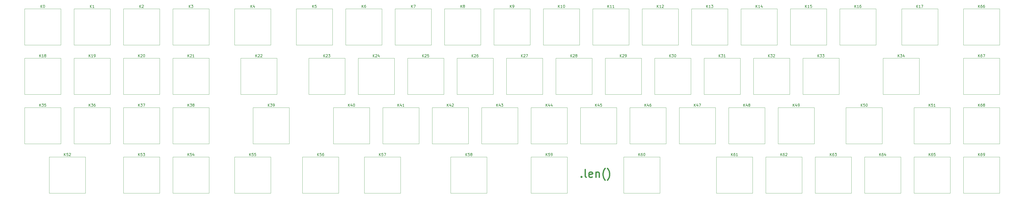
<source format=gbr>
G04 #@! TF.GenerationSoftware,KiCad,Pcbnew,(5.1.12)-1*
G04 #@! TF.CreationDate,2021-12-22T13:58:05-08:00*
G04 #@! TF.ProjectId,logboi,6c6f6762-6f69-42e6-9b69-6361645f7063,rev?*
G04 #@! TF.SameCoordinates,Original*
G04 #@! TF.FileFunction,Legend,Top*
G04 #@! TF.FilePolarity,Positive*
%FSLAX46Y46*%
G04 Gerber Fmt 4.6, Leading zero omitted, Abs format (unit mm)*
G04 Created by KiCad (PCBNEW (5.1.12)-1) date 2021-12-22 13:58:05*
%MOMM*%
%LPD*%
G01*
G04 APERTURE LIST*
%ADD10C,0.500000*%
%ADD11C,0.120000*%
%ADD12C,0.150000*%
G04 APERTURE END LIST*
D10*
X233043728Y-87583828D02*
X233186585Y-87726685D01*
X233043728Y-87869542D01*
X232900871Y-87726685D01*
X233043728Y-87583828D01*
X233043728Y-87869542D01*
X234900871Y-87869542D02*
X234615157Y-87726685D01*
X234472300Y-87440971D01*
X234472300Y-84869542D01*
X237186585Y-87726685D02*
X236900871Y-87869542D01*
X236329442Y-87869542D01*
X236043728Y-87726685D01*
X235900871Y-87440971D01*
X235900871Y-86298114D01*
X236043728Y-86012400D01*
X236329442Y-85869542D01*
X236900871Y-85869542D01*
X237186585Y-86012400D01*
X237329442Y-86298114D01*
X237329442Y-86583828D01*
X235900871Y-86869542D01*
X238615157Y-85869542D02*
X238615157Y-87869542D01*
X238615157Y-86155257D02*
X238758014Y-86012400D01*
X239043728Y-85869542D01*
X239472300Y-85869542D01*
X239758014Y-86012400D01*
X239900871Y-86298114D01*
X239900871Y-87869542D01*
X242186585Y-89012400D02*
X242043728Y-88869542D01*
X241758014Y-88440971D01*
X241615157Y-88155257D01*
X241472300Y-87726685D01*
X241329442Y-87012400D01*
X241329442Y-86440971D01*
X241472300Y-85726685D01*
X241615157Y-85298114D01*
X241758014Y-85012400D01*
X242043728Y-84583828D01*
X242186585Y-84440971D01*
X243043728Y-89012400D02*
X243186585Y-88869542D01*
X243472300Y-88440971D01*
X243615157Y-88155257D01*
X243758014Y-87726685D01*
X243900871Y-87012400D01*
X243900871Y-86440971D01*
X243758014Y-85726685D01*
X243615157Y-85298114D01*
X243472300Y-85012400D01*
X243186585Y-84583828D01*
X243043728Y-84440971D01*
D11*
X99261250Y-93980000D02*
X99261250Y-80010000D01*
X113231250Y-93980000D02*
X99261250Y-93980000D01*
X113231250Y-80010000D02*
X113231250Y-93980000D01*
X99261250Y-80010000D02*
X113231250Y-80010000D01*
X106405000Y-74930000D02*
X106405000Y-60960000D01*
X120375000Y-74930000D02*
X106405000Y-74930000D01*
X120375000Y-60960000D02*
X120375000Y-74930000D01*
X106405000Y-60960000D02*
X120375000Y-60960000D01*
X101642500Y-55880000D02*
X101642500Y-41910000D01*
X115612500Y-55880000D02*
X101642500Y-55880000D01*
X115612500Y-41910000D02*
X115612500Y-55880000D01*
X101642500Y-41910000D02*
X115612500Y-41910000D01*
X99261250Y-36830000D02*
X99261250Y-22860000D01*
X113231250Y-36830000D02*
X99261250Y-36830000D01*
X113231250Y-22860000D02*
X113231250Y-36830000D01*
X99261250Y-22860000D02*
X113231250Y-22860000D01*
X361198750Y-74930000D02*
X361198750Y-60960000D01*
X375168750Y-74930000D02*
X361198750Y-74930000D01*
X375168750Y-60960000D02*
X375168750Y-74930000D01*
X361198750Y-60960000D02*
X375168750Y-60960000D01*
X335005000Y-74930000D02*
X335005000Y-60960000D01*
X348975000Y-74930000D02*
X335005000Y-74930000D01*
X348975000Y-60960000D02*
X348975000Y-74930000D01*
X335005000Y-60960000D02*
X348975000Y-60960000D01*
X349292500Y-55880000D02*
X349292500Y-41910000D01*
X363262500Y-55880000D02*
X349292500Y-55880000D01*
X363262500Y-41910000D02*
X363262500Y-55880000D01*
X349292500Y-41910000D02*
X363262500Y-41910000D01*
X249280000Y-93980000D02*
X249280000Y-80010000D01*
X263250000Y-93980000D02*
X249280000Y-93980000D01*
X263250000Y-80010000D02*
X263250000Y-93980000D01*
X249280000Y-80010000D02*
X263250000Y-80010000D01*
X356436250Y-36830000D02*
X356436250Y-22860000D01*
X370406250Y-36830000D02*
X356436250Y-36830000D01*
X370406250Y-22860000D02*
X370406250Y-36830000D01*
X356436250Y-22860000D02*
X370406250Y-22860000D01*
X280236250Y-55880000D02*
X280236250Y-41910000D01*
X294206250Y-55880000D02*
X280236250Y-55880000D01*
X294206250Y-41910000D02*
X294206250Y-55880000D01*
X280236250Y-41910000D02*
X294206250Y-41910000D01*
X125455000Y-93980000D02*
X125455000Y-80010000D01*
X139425000Y-93980000D02*
X125455000Y-93980000D01*
X139425000Y-80010000D02*
X139425000Y-93980000D01*
X125455000Y-80010000D02*
X139425000Y-80010000D01*
X218323750Y-36830000D02*
X218323750Y-22860000D01*
X232293750Y-36830000D02*
X218323750Y-36830000D01*
X232293750Y-22860000D02*
X232293750Y-36830000D01*
X218323750Y-22860000D02*
X232293750Y-22860000D01*
X213561250Y-93980000D02*
X213561250Y-80010000D01*
X227531250Y-93980000D02*
X213561250Y-93980000D01*
X227531250Y-80010000D02*
X227531250Y-93980000D01*
X213561250Y-80010000D02*
X227531250Y-80010000D01*
X182605000Y-93980000D02*
X182605000Y-80010000D01*
X196575000Y-93980000D02*
X182605000Y-93980000D01*
X196575000Y-80010000D02*
X196575000Y-93980000D01*
X182605000Y-80010000D02*
X196575000Y-80010000D01*
X380248750Y-93980000D02*
X380248750Y-80010000D01*
X394218750Y-93980000D02*
X380248750Y-93980000D01*
X394218750Y-80010000D02*
X394218750Y-93980000D01*
X380248750Y-80010000D02*
X394218750Y-80010000D01*
X380248750Y-74930000D02*
X380248750Y-60960000D01*
X394218750Y-74930000D02*
X380248750Y-74930000D01*
X394218750Y-60960000D02*
X394218750Y-74930000D01*
X380248750Y-60960000D02*
X394218750Y-60960000D01*
X380248750Y-55880000D02*
X380248750Y-41910000D01*
X394218750Y-55880000D02*
X380248750Y-55880000D01*
X394218750Y-41910000D02*
X394218750Y-55880000D01*
X380248750Y-41910000D02*
X394218750Y-41910000D01*
X380248750Y-36830000D02*
X380248750Y-22860000D01*
X394218750Y-36830000D02*
X380248750Y-36830000D01*
X394218750Y-22860000D02*
X394218750Y-36830000D01*
X380248750Y-22860000D02*
X394218750Y-22860000D01*
X18298750Y-36830000D02*
X18298750Y-22860000D01*
X32268750Y-36830000D02*
X18298750Y-36830000D01*
X32268750Y-22860000D02*
X32268750Y-36830000D01*
X18298750Y-22860000D02*
X32268750Y-22860000D01*
X37348750Y-36830000D02*
X37348750Y-22860000D01*
X51318750Y-36830000D02*
X37348750Y-36830000D01*
X51318750Y-22860000D02*
X51318750Y-36830000D01*
X37348750Y-22860000D02*
X51318750Y-22860000D01*
X56398750Y-36830000D02*
X56398750Y-22860000D01*
X70368750Y-36830000D02*
X56398750Y-36830000D01*
X70368750Y-22860000D02*
X70368750Y-36830000D01*
X56398750Y-22860000D02*
X70368750Y-22860000D01*
X75448750Y-36830000D02*
X75448750Y-22860000D01*
X89418750Y-36830000D02*
X75448750Y-36830000D01*
X89418750Y-22860000D02*
X89418750Y-36830000D01*
X75448750Y-22860000D02*
X89418750Y-22860000D01*
X123073750Y-36830000D02*
X123073750Y-22860000D01*
X137043750Y-36830000D02*
X123073750Y-36830000D01*
X137043750Y-22860000D02*
X137043750Y-36830000D01*
X123073750Y-22860000D02*
X137043750Y-22860000D01*
X142123750Y-36830000D02*
X142123750Y-22860000D01*
X156093750Y-36830000D02*
X142123750Y-36830000D01*
X156093750Y-22860000D02*
X156093750Y-36830000D01*
X142123750Y-22860000D02*
X156093750Y-22860000D01*
X161173750Y-36830000D02*
X161173750Y-22860000D01*
X175143750Y-36830000D02*
X161173750Y-36830000D01*
X175143750Y-22860000D02*
X175143750Y-36830000D01*
X161173750Y-22860000D02*
X175143750Y-22860000D01*
X180223750Y-36830000D02*
X180223750Y-22860000D01*
X194193750Y-36830000D02*
X180223750Y-36830000D01*
X194193750Y-22860000D02*
X194193750Y-36830000D01*
X180223750Y-22860000D02*
X194193750Y-22860000D01*
X199273750Y-36830000D02*
X199273750Y-22860000D01*
X213243750Y-36830000D02*
X199273750Y-36830000D01*
X213243750Y-22860000D02*
X213243750Y-36830000D01*
X199273750Y-22860000D02*
X213243750Y-22860000D01*
X237373750Y-36830000D02*
X237373750Y-22860000D01*
X251343750Y-36830000D02*
X237373750Y-36830000D01*
X251343750Y-22860000D02*
X251343750Y-36830000D01*
X237373750Y-22860000D02*
X251343750Y-22860000D01*
X256423750Y-36830000D02*
X256423750Y-22860000D01*
X270393750Y-36830000D02*
X256423750Y-36830000D01*
X270393750Y-22860000D02*
X270393750Y-36830000D01*
X256423750Y-22860000D02*
X270393750Y-22860000D01*
X275473750Y-36830000D02*
X275473750Y-22860000D01*
X289443750Y-36830000D02*
X275473750Y-36830000D01*
X289443750Y-22860000D02*
X289443750Y-36830000D01*
X275473750Y-22860000D02*
X289443750Y-22860000D01*
X294523750Y-36830000D02*
X294523750Y-22860000D01*
X308493750Y-36830000D02*
X294523750Y-36830000D01*
X308493750Y-22860000D02*
X308493750Y-36830000D01*
X294523750Y-22860000D02*
X308493750Y-22860000D01*
X313573750Y-36830000D02*
X313573750Y-22860000D01*
X327543750Y-36830000D02*
X313573750Y-36830000D01*
X327543750Y-22860000D02*
X327543750Y-36830000D01*
X313573750Y-22860000D02*
X327543750Y-22860000D01*
X332623750Y-36830000D02*
X332623750Y-22860000D01*
X346593750Y-36830000D02*
X332623750Y-36830000D01*
X346593750Y-22860000D02*
X346593750Y-36830000D01*
X332623750Y-22860000D02*
X346593750Y-22860000D01*
X18298750Y-55880000D02*
X18298750Y-41910000D01*
X32268750Y-55880000D02*
X18298750Y-55880000D01*
X32268750Y-41910000D02*
X32268750Y-55880000D01*
X18298750Y-41910000D02*
X32268750Y-41910000D01*
X37348750Y-55880000D02*
X37348750Y-41910000D01*
X51318750Y-55880000D02*
X37348750Y-55880000D01*
X51318750Y-41910000D02*
X51318750Y-55880000D01*
X37348750Y-41910000D02*
X51318750Y-41910000D01*
X56398750Y-55880000D02*
X56398750Y-41910000D01*
X70368750Y-55880000D02*
X56398750Y-55880000D01*
X70368750Y-41910000D02*
X70368750Y-55880000D01*
X56398750Y-41910000D02*
X70368750Y-41910000D01*
X75448750Y-55880000D02*
X75448750Y-41910000D01*
X89418750Y-55880000D02*
X75448750Y-55880000D01*
X89418750Y-41910000D02*
X89418750Y-55880000D01*
X75448750Y-41910000D02*
X89418750Y-41910000D01*
X127836250Y-55880000D02*
X127836250Y-41910000D01*
X141806250Y-55880000D02*
X127836250Y-55880000D01*
X141806250Y-41910000D02*
X141806250Y-55880000D01*
X127836250Y-41910000D02*
X141806250Y-41910000D01*
X146886250Y-55880000D02*
X146886250Y-41910000D01*
X160856250Y-55880000D02*
X146886250Y-55880000D01*
X160856250Y-41910000D02*
X160856250Y-55880000D01*
X146886250Y-41910000D02*
X160856250Y-41910000D01*
X165936250Y-55880000D02*
X165936250Y-41910000D01*
X179906250Y-55880000D02*
X165936250Y-55880000D01*
X179906250Y-41910000D02*
X179906250Y-55880000D01*
X165936250Y-41910000D02*
X179906250Y-41910000D01*
X184986250Y-55880000D02*
X184986250Y-41910000D01*
X198956250Y-55880000D02*
X184986250Y-55880000D01*
X198956250Y-41910000D02*
X198956250Y-55880000D01*
X184986250Y-41910000D02*
X198956250Y-41910000D01*
X204036250Y-55880000D02*
X204036250Y-41910000D01*
X218006250Y-55880000D02*
X204036250Y-55880000D01*
X218006250Y-41910000D02*
X218006250Y-55880000D01*
X204036250Y-41910000D02*
X218006250Y-41910000D01*
X223086250Y-55880000D02*
X223086250Y-41910000D01*
X237056250Y-55880000D02*
X223086250Y-55880000D01*
X237056250Y-41910000D02*
X237056250Y-55880000D01*
X223086250Y-41910000D02*
X237056250Y-41910000D01*
X242136250Y-55880000D02*
X242136250Y-41910000D01*
X256106250Y-55880000D02*
X242136250Y-55880000D01*
X256106250Y-41910000D02*
X256106250Y-55880000D01*
X242136250Y-41910000D02*
X256106250Y-41910000D01*
X261186250Y-55880000D02*
X261186250Y-41910000D01*
X275156250Y-55880000D02*
X261186250Y-55880000D01*
X275156250Y-41910000D02*
X275156250Y-55880000D01*
X261186250Y-41910000D02*
X275156250Y-41910000D01*
X299286250Y-55880000D02*
X299286250Y-41910000D01*
X313256250Y-55880000D02*
X299286250Y-55880000D01*
X313256250Y-41910000D02*
X313256250Y-55880000D01*
X299286250Y-41910000D02*
X313256250Y-41910000D01*
X318336250Y-55880000D02*
X318336250Y-41910000D01*
X332306250Y-55880000D02*
X318336250Y-55880000D01*
X332306250Y-41910000D02*
X332306250Y-55880000D01*
X318336250Y-41910000D02*
X332306250Y-41910000D01*
X18298750Y-74930000D02*
X18298750Y-60960000D01*
X32268750Y-74930000D02*
X18298750Y-74930000D01*
X32268750Y-60960000D02*
X32268750Y-74930000D01*
X18298750Y-60960000D02*
X32268750Y-60960000D01*
X37348750Y-74930000D02*
X37348750Y-60960000D01*
X51318750Y-74930000D02*
X37348750Y-74930000D01*
X51318750Y-60960000D02*
X51318750Y-74930000D01*
X37348750Y-60960000D02*
X51318750Y-60960000D01*
X56398750Y-74930000D02*
X56398750Y-60960000D01*
X70368750Y-74930000D02*
X56398750Y-74930000D01*
X70368750Y-60960000D02*
X70368750Y-74930000D01*
X56398750Y-60960000D02*
X70368750Y-60960000D01*
X75448750Y-74930000D02*
X75448750Y-60960000D01*
X89418750Y-74930000D02*
X75448750Y-74930000D01*
X89418750Y-60960000D02*
X89418750Y-74930000D01*
X75448750Y-60960000D02*
X89418750Y-60960000D01*
X137361250Y-74930000D02*
X137361250Y-60960000D01*
X151331250Y-74930000D02*
X137361250Y-74930000D01*
X151331250Y-60960000D02*
X151331250Y-74930000D01*
X137361250Y-60960000D02*
X151331250Y-60960000D01*
X156411250Y-74930000D02*
X156411250Y-60960000D01*
X170381250Y-74930000D02*
X156411250Y-74930000D01*
X170381250Y-60960000D02*
X170381250Y-74930000D01*
X156411250Y-60960000D02*
X170381250Y-60960000D01*
X175461250Y-74930000D02*
X175461250Y-60960000D01*
X189431250Y-74930000D02*
X175461250Y-74930000D01*
X189431250Y-60960000D02*
X189431250Y-74930000D01*
X175461250Y-60960000D02*
X189431250Y-60960000D01*
X194511250Y-74930000D02*
X194511250Y-60960000D01*
X208481250Y-74930000D02*
X194511250Y-74930000D01*
X208481250Y-60960000D02*
X208481250Y-74930000D01*
X194511250Y-60960000D02*
X208481250Y-60960000D01*
X213561250Y-74930000D02*
X213561250Y-60960000D01*
X227531250Y-74930000D02*
X213561250Y-74930000D01*
X227531250Y-60960000D02*
X227531250Y-74930000D01*
X213561250Y-60960000D02*
X227531250Y-60960000D01*
X232611250Y-74930000D02*
X232611250Y-60960000D01*
X246581250Y-74930000D02*
X232611250Y-74930000D01*
X246581250Y-60960000D02*
X246581250Y-74930000D01*
X232611250Y-60960000D02*
X246581250Y-60960000D01*
X251661250Y-74930000D02*
X251661250Y-60960000D01*
X265631250Y-74930000D02*
X251661250Y-74930000D01*
X265631250Y-60960000D02*
X265631250Y-74930000D01*
X251661250Y-60960000D02*
X265631250Y-60960000D01*
X270711250Y-74930000D02*
X270711250Y-60960000D01*
X284681250Y-74930000D02*
X270711250Y-74930000D01*
X284681250Y-60960000D02*
X284681250Y-74930000D01*
X270711250Y-60960000D02*
X284681250Y-60960000D01*
X289761250Y-74930000D02*
X289761250Y-60960000D01*
X303731250Y-74930000D02*
X289761250Y-74930000D01*
X303731250Y-60960000D02*
X303731250Y-74930000D01*
X289761250Y-60960000D02*
X303731250Y-60960000D01*
X308811250Y-74930000D02*
X308811250Y-60960000D01*
X322781250Y-74930000D02*
X308811250Y-74930000D01*
X322781250Y-60960000D02*
X322781250Y-74930000D01*
X308811250Y-60960000D02*
X322781250Y-60960000D01*
X27823750Y-93980000D02*
X27823750Y-80010000D01*
X41793750Y-93980000D02*
X27823750Y-93980000D01*
X41793750Y-80010000D02*
X41793750Y-93980000D01*
X27823750Y-80010000D02*
X41793750Y-80010000D01*
X56398750Y-93980000D02*
X56398750Y-80010000D01*
X70368750Y-93980000D02*
X56398750Y-93980000D01*
X70368750Y-80010000D02*
X70368750Y-93980000D01*
X56398750Y-80010000D02*
X70368750Y-80010000D01*
X75448750Y-93980000D02*
X75448750Y-80010000D01*
X89418750Y-93980000D02*
X75448750Y-93980000D01*
X89418750Y-80010000D02*
X89418750Y-93980000D01*
X75448750Y-80010000D02*
X89418750Y-80010000D01*
X149267500Y-93980000D02*
X149267500Y-80010000D01*
X163237500Y-93980000D02*
X149267500Y-93980000D01*
X163237500Y-80010000D02*
X163237500Y-93980000D01*
X149267500Y-80010000D02*
X163237500Y-80010000D01*
X284998750Y-93980000D02*
X284998750Y-80010000D01*
X298968750Y-93980000D02*
X284998750Y-93980000D01*
X298968750Y-80010000D02*
X298968750Y-93980000D01*
X284998750Y-80010000D02*
X298968750Y-80010000D01*
X304048750Y-93980000D02*
X304048750Y-80010000D01*
X318018750Y-93980000D02*
X304048750Y-93980000D01*
X318018750Y-80010000D02*
X318018750Y-93980000D01*
X304048750Y-80010000D02*
X318018750Y-80010000D01*
X323098750Y-93980000D02*
X323098750Y-80010000D01*
X337068750Y-93980000D02*
X323098750Y-93980000D01*
X337068750Y-80010000D02*
X337068750Y-93980000D01*
X323098750Y-80010000D02*
X337068750Y-80010000D01*
X342148750Y-93980000D02*
X342148750Y-80010000D01*
X356118750Y-93980000D02*
X342148750Y-93980000D01*
X356118750Y-80010000D02*
X356118750Y-93980000D01*
X342148750Y-80010000D02*
X356118750Y-80010000D01*
X361198750Y-93980000D02*
X361198750Y-80010000D01*
X375168750Y-93980000D02*
X361198750Y-93980000D01*
X375168750Y-80010000D02*
X375168750Y-93980000D01*
X361198750Y-80010000D02*
X375168750Y-80010000D01*
D12*
X105031964Y-79573380D02*
X105031964Y-78573380D01*
X105603392Y-79573380D02*
X105174821Y-79001952D01*
X105603392Y-78573380D02*
X105031964Y-79144809D01*
X106508154Y-78573380D02*
X106031964Y-78573380D01*
X105984345Y-79049571D01*
X106031964Y-79001952D01*
X106127202Y-78954333D01*
X106365297Y-78954333D01*
X106460535Y-79001952D01*
X106508154Y-79049571D01*
X106555773Y-79144809D01*
X106555773Y-79382904D01*
X106508154Y-79478142D01*
X106460535Y-79525761D01*
X106365297Y-79573380D01*
X106127202Y-79573380D01*
X106031964Y-79525761D01*
X105984345Y-79478142D01*
X107460535Y-78573380D02*
X106984345Y-78573380D01*
X106936726Y-79049571D01*
X106984345Y-79001952D01*
X107079583Y-78954333D01*
X107317678Y-78954333D01*
X107412916Y-79001952D01*
X107460535Y-79049571D01*
X107508154Y-79144809D01*
X107508154Y-79382904D01*
X107460535Y-79478142D01*
X107412916Y-79525761D01*
X107317678Y-79573380D01*
X107079583Y-79573380D01*
X106984345Y-79525761D01*
X106936726Y-79478142D01*
X112175714Y-60523380D02*
X112175714Y-59523380D01*
X112747142Y-60523380D02*
X112318571Y-59951952D01*
X112747142Y-59523380D02*
X112175714Y-60094809D01*
X113080476Y-59523380D02*
X113699523Y-59523380D01*
X113366190Y-59904333D01*
X113509047Y-59904333D01*
X113604285Y-59951952D01*
X113651904Y-59999571D01*
X113699523Y-60094809D01*
X113699523Y-60332904D01*
X113651904Y-60428142D01*
X113604285Y-60475761D01*
X113509047Y-60523380D01*
X113223333Y-60523380D01*
X113128095Y-60475761D01*
X113080476Y-60428142D01*
X114175714Y-60523380D02*
X114366190Y-60523380D01*
X114461428Y-60475761D01*
X114509047Y-60428142D01*
X114604285Y-60285285D01*
X114651904Y-60094809D01*
X114651904Y-59713857D01*
X114604285Y-59618619D01*
X114556666Y-59571000D01*
X114461428Y-59523380D01*
X114270952Y-59523380D01*
X114175714Y-59571000D01*
X114128095Y-59618619D01*
X114080476Y-59713857D01*
X114080476Y-59951952D01*
X114128095Y-60047190D01*
X114175714Y-60094809D01*
X114270952Y-60142428D01*
X114461428Y-60142428D01*
X114556666Y-60094809D01*
X114604285Y-60047190D01*
X114651904Y-59951952D01*
X107413214Y-41473380D02*
X107413214Y-40473380D01*
X107984642Y-41473380D02*
X107556071Y-40901952D01*
X107984642Y-40473380D02*
X107413214Y-41044809D01*
X108365595Y-40568619D02*
X108413214Y-40521000D01*
X108508452Y-40473380D01*
X108746547Y-40473380D01*
X108841785Y-40521000D01*
X108889404Y-40568619D01*
X108937023Y-40663857D01*
X108937023Y-40759095D01*
X108889404Y-40901952D01*
X108317976Y-41473380D01*
X108937023Y-41473380D01*
X109317976Y-40568619D02*
X109365595Y-40521000D01*
X109460833Y-40473380D01*
X109698928Y-40473380D01*
X109794166Y-40521000D01*
X109841785Y-40568619D01*
X109889404Y-40663857D01*
X109889404Y-40759095D01*
X109841785Y-40901952D01*
X109270357Y-41473380D01*
X109889404Y-41473380D01*
X105508154Y-22423380D02*
X105508154Y-21423380D01*
X106079583Y-22423380D02*
X105651011Y-21851952D01*
X106079583Y-21423380D02*
X105508154Y-21994809D01*
X106936726Y-21756714D02*
X106936726Y-22423380D01*
X106698630Y-21375761D02*
X106460535Y-22090047D01*
X107079583Y-22090047D01*
X366969464Y-60523380D02*
X366969464Y-59523380D01*
X367540892Y-60523380D02*
X367112321Y-59951952D01*
X367540892Y-59523380D02*
X366969464Y-60094809D01*
X368445654Y-59523380D02*
X367969464Y-59523380D01*
X367921845Y-59999571D01*
X367969464Y-59951952D01*
X368064702Y-59904333D01*
X368302797Y-59904333D01*
X368398035Y-59951952D01*
X368445654Y-59999571D01*
X368493273Y-60094809D01*
X368493273Y-60332904D01*
X368445654Y-60428142D01*
X368398035Y-60475761D01*
X368302797Y-60523380D01*
X368064702Y-60523380D01*
X367969464Y-60475761D01*
X367921845Y-60428142D01*
X369445654Y-60523380D02*
X368874226Y-60523380D01*
X369159940Y-60523380D02*
X369159940Y-59523380D01*
X369064702Y-59666238D01*
X368969464Y-59761476D01*
X368874226Y-59809095D01*
X340775714Y-60523380D02*
X340775714Y-59523380D01*
X341347142Y-60523380D02*
X340918571Y-59951952D01*
X341347142Y-59523380D02*
X340775714Y-60094809D01*
X342251904Y-59523380D02*
X341775714Y-59523380D01*
X341728095Y-59999571D01*
X341775714Y-59951952D01*
X341870952Y-59904333D01*
X342109047Y-59904333D01*
X342204285Y-59951952D01*
X342251904Y-59999571D01*
X342299523Y-60094809D01*
X342299523Y-60332904D01*
X342251904Y-60428142D01*
X342204285Y-60475761D01*
X342109047Y-60523380D01*
X341870952Y-60523380D01*
X341775714Y-60475761D01*
X341728095Y-60428142D01*
X342918571Y-59523380D02*
X343013809Y-59523380D01*
X343109047Y-59571000D01*
X343156666Y-59618619D01*
X343204285Y-59713857D01*
X343251904Y-59904333D01*
X343251904Y-60142428D01*
X343204285Y-60332904D01*
X343156666Y-60428142D01*
X343109047Y-60475761D01*
X343013809Y-60523380D01*
X342918571Y-60523380D01*
X342823333Y-60475761D01*
X342775714Y-60428142D01*
X342728095Y-60332904D01*
X342680476Y-60142428D01*
X342680476Y-59904333D01*
X342728095Y-59713857D01*
X342775714Y-59618619D01*
X342823333Y-59571000D01*
X342918571Y-59523380D01*
X355063214Y-41473380D02*
X355063214Y-40473380D01*
X355634642Y-41473380D02*
X355206071Y-40901952D01*
X355634642Y-40473380D02*
X355063214Y-41044809D01*
X355967976Y-40473380D02*
X356587023Y-40473380D01*
X356253690Y-40854333D01*
X356396547Y-40854333D01*
X356491785Y-40901952D01*
X356539404Y-40949571D01*
X356587023Y-41044809D01*
X356587023Y-41282904D01*
X356539404Y-41378142D01*
X356491785Y-41425761D01*
X356396547Y-41473380D01*
X356110833Y-41473380D01*
X356015595Y-41425761D01*
X355967976Y-41378142D01*
X357444166Y-40806714D02*
X357444166Y-41473380D01*
X357206071Y-40425761D02*
X356967976Y-41140047D01*
X357587023Y-41140047D01*
X255050714Y-79573380D02*
X255050714Y-78573380D01*
X255622142Y-79573380D02*
X255193571Y-79001952D01*
X255622142Y-78573380D02*
X255050714Y-79144809D01*
X256479285Y-78573380D02*
X256288809Y-78573380D01*
X256193571Y-78621000D01*
X256145952Y-78668619D01*
X256050714Y-78811476D01*
X256003095Y-79001952D01*
X256003095Y-79382904D01*
X256050714Y-79478142D01*
X256098333Y-79525761D01*
X256193571Y-79573380D01*
X256384047Y-79573380D01*
X256479285Y-79525761D01*
X256526904Y-79478142D01*
X256574523Y-79382904D01*
X256574523Y-79144809D01*
X256526904Y-79049571D01*
X256479285Y-79001952D01*
X256384047Y-78954333D01*
X256193571Y-78954333D01*
X256098333Y-79001952D01*
X256050714Y-79049571D01*
X256003095Y-79144809D01*
X257193571Y-78573380D02*
X257288809Y-78573380D01*
X257384047Y-78621000D01*
X257431666Y-78668619D01*
X257479285Y-78763857D01*
X257526904Y-78954333D01*
X257526904Y-79192428D01*
X257479285Y-79382904D01*
X257431666Y-79478142D01*
X257384047Y-79525761D01*
X257288809Y-79573380D01*
X257193571Y-79573380D01*
X257098333Y-79525761D01*
X257050714Y-79478142D01*
X257003095Y-79382904D01*
X256955476Y-79192428D01*
X256955476Y-78954333D01*
X257003095Y-78763857D01*
X257050714Y-78668619D01*
X257098333Y-78621000D01*
X257193571Y-78573380D01*
X362206964Y-22423380D02*
X362206964Y-21423380D01*
X362778392Y-22423380D02*
X362349821Y-21851952D01*
X362778392Y-21423380D02*
X362206964Y-21994809D01*
X363730773Y-22423380D02*
X363159345Y-22423380D01*
X363445059Y-22423380D02*
X363445059Y-21423380D01*
X363349821Y-21566238D01*
X363254583Y-21661476D01*
X363159345Y-21709095D01*
X364064107Y-21423380D02*
X364730773Y-21423380D01*
X364302202Y-22423380D01*
X286006964Y-41473380D02*
X286006964Y-40473380D01*
X286578392Y-41473380D02*
X286149821Y-40901952D01*
X286578392Y-40473380D02*
X286006964Y-41044809D01*
X286911726Y-40473380D02*
X287530773Y-40473380D01*
X287197440Y-40854333D01*
X287340297Y-40854333D01*
X287435535Y-40901952D01*
X287483154Y-40949571D01*
X287530773Y-41044809D01*
X287530773Y-41282904D01*
X287483154Y-41378142D01*
X287435535Y-41425761D01*
X287340297Y-41473380D01*
X287054583Y-41473380D01*
X286959345Y-41425761D01*
X286911726Y-41378142D01*
X288483154Y-41473380D02*
X287911726Y-41473380D01*
X288197440Y-41473380D02*
X288197440Y-40473380D01*
X288102202Y-40616238D01*
X288006964Y-40711476D01*
X287911726Y-40759095D01*
X131225714Y-79573380D02*
X131225714Y-78573380D01*
X131797142Y-79573380D02*
X131368571Y-79001952D01*
X131797142Y-78573380D02*
X131225714Y-79144809D01*
X132701904Y-78573380D02*
X132225714Y-78573380D01*
X132178095Y-79049571D01*
X132225714Y-79001952D01*
X132320952Y-78954333D01*
X132559047Y-78954333D01*
X132654285Y-79001952D01*
X132701904Y-79049571D01*
X132749523Y-79144809D01*
X132749523Y-79382904D01*
X132701904Y-79478142D01*
X132654285Y-79525761D01*
X132559047Y-79573380D01*
X132320952Y-79573380D01*
X132225714Y-79525761D01*
X132178095Y-79478142D01*
X133606666Y-78573380D02*
X133416190Y-78573380D01*
X133320952Y-78621000D01*
X133273333Y-78668619D01*
X133178095Y-78811476D01*
X133130476Y-79001952D01*
X133130476Y-79382904D01*
X133178095Y-79478142D01*
X133225714Y-79525761D01*
X133320952Y-79573380D01*
X133511428Y-79573380D01*
X133606666Y-79525761D01*
X133654285Y-79478142D01*
X133701904Y-79382904D01*
X133701904Y-79144809D01*
X133654285Y-79049571D01*
X133606666Y-79001952D01*
X133511428Y-78954333D01*
X133320952Y-78954333D01*
X133225714Y-79001952D01*
X133178095Y-79049571D01*
X133130476Y-79144809D01*
X224094464Y-22423380D02*
X224094464Y-21423380D01*
X224665892Y-22423380D02*
X224237321Y-21851952D01*
X224665892Y-21423380D02*
X224094464Y-21994809D01*
X225618273Y-22423380D02*
X225046845Y-22423380D01*
X225332559Y-22423380D02*
X225332559Y-21423380D01*
X225237321Y-21566238D01*
X225142083Y-21661476D01*
X225046845Y-21709095D01*
X226237321Y-21423380D02*
X226332559Y-21423380D01*
X226427797Y-21471000D01*
X226475416Y-21518619D01*
X226523035Y-21613857D01*
X226570654Y-21804333D01*
X226570654Y-22042428D01*
X226523035Y-22232904D01*
X226475416Y-22328142D01*
X226427797Y-22375761D01*
X226332559Y-22423380D01*
X226237321Y-22423380D01*
X226142083Y-22375761D01*
X226094464Y-22328142D01*
X226046845Y-22232904D01*
X225999226Y-22042428D01*
X225999226Y-21804333D01*
X226046845Y-21613857D01*
X226094464Y-21518619D01*
X226142083Y-21471000D01*
X226237321Y-21423380D01*
X219331964Y-79573380D02*
X219331964Y-78573380D01*
X219903392Y-79573380D02*
X219474821Y-79001952D01*
X219903392Y-78573380D02*
X219331964Y-79144809D01*
X220808154Y-78573380D02*
X220331964Y-78573380D01*
X220284345Y-79049571D01*
X220331964Y-79001952D01*
X220427202Y-78954333D01*
X220665297Y-78954333D01*
X220760535Y-79001952D01*
X220808154Y-79049571D01*
X220855773Y-79144809D01*
X220855773Y-79382904D01*
X220808154Y-79478142D01*
X220760535Y-79525761D01*
X220665297Y-79573380D01*
X220427202Y-79573380D01*
X220331964Y-79525761D01*
X220284345Y-79478142D01*
X221331964Y-79573380D02*
X221522440Y-79573380D01*
X221617678Y-79525761D01*
X221665297Y-79478142D01*
X221760535Y-79335285D01*
X221808154Y-79144809D01*
X221808154Y-78763857D01*
X221760535Y-78668619D01*
X221712916Y-78621000D01*
X221617678Y-78573380D01*
X221427202Y-78573380D01*
X221331964Y-78621000D01*
X221284345Y-78668619D01*
X221236726Y-78763857D01*
X221236726Y-79001952D01*
X221284345Y-79097190D01*
X221331964Y-79144809D01*
X221427202Y-79192428D01*
X221617678Y-79192428D01*
X221712916Y-79144809D01*
X221760535Y-79097190D01*
X221808154Y-79001952D01*
X188375714Y-79573380D02*
X188375714Y-78573380D01*
X188947142Y-79573380D02*
X188518571Y-79001952D01*
X188947142Y-78573380D02*
X188375714Y-79144809D01*
X189851904Y-78573380D02*
X189375714Y-78573380D01*
X189328095Y-79049571D01*
X189375714Y-79001952D01*
X189470952Y-78954333D01*
X189709047Y-78954333D01*
X189804285Y-79001952D01*
X189851904Y-79049571D01*
X189899523Y-79144809D01*
X189899523Y-79382904D01*
X189851904Y-79478142D01*
X189804285Y-79525761D01*
X189709047Y-79573380D01*
X189470952Y-79573380D01*
X189375714Y-79525761D01*
X189328095Y-79478142D01*
X190470952Y-79001952D02*
X190375714Y-78954333D01*
X190328095Y-78906714D01*
X190280476Y-78811476D01*
X190280476Y-78763857D01*
X190328095Y-78668619D01*
X190375714Y-78621000D01*
X190470952Y-78573380D01*
X190661428Y-78573380D01*
X190756666Y-78621000D01*
X190804285Y-78668619D01*
X190851904Y-78763857D01*
X190851904Y-78811476D01*
X190804285Y-78906714D01*
X190756666Y-78954333D01*
X190661428Y-79001952D01*
X190470952Y-79001952D01*
X190375714Y-79049571D01*
X190328095Y-79097190D01*
X190280476Y-79192428D01*
X190280476Y-79382904D01*
X190328095Y-79478142D01*
X190375714Y-79525761D01*
X190470952Y-79573380D01*
X190661428Y-79573380D01*
X190756666Y-79525761D01*
X190804285Y-79478142D01*
X190851904Y-79382904D01*
X190851904Y-79192428D01*
X190804285Y-79097190D01*
X190756666Y-79049571D01*
X190661428Y-79001952D01*
X386019464Y-79573380D02*
X386019464Y-78573380D01*
X386590892Y-79573380D02*
X386162321Y-79001952D01*
X386590892Y-78573380D02*
X386019464Y-79144809D01*
X387448035Y-78573380D02*
X387257559Y-78573380D01*
X387162321Y-78621000D01*
X387114702Y-78668619D01*
X387019464Y-78811476D01*
X386971845Y-79001952D01*
X386971845Y-79382904D01*
X387019464Y-79478142D01*
X387067083Y-79525761D01*
X387162321Y-79573380D01*
X387352797Y-79573380D01*
X387448035Y-79525761D01*
X387495654Y-79478142D01*
X387543273Y-79382904D01*
X387543273Y-79144809D01*
X387495654Y-79049571D01*
X387448035Y-79001952D01*
X387352797Y-78954333D01*
X387162321Y-78954333D01*
X387067083Y-79001952D01*
X387019464Y-79049571D01*
X386971845Y-79144809D01*
X388019464Y-79573380D02*
X388209940Y-79573380D01*
X388305178Y-79525761D01*
X388352797Y-79478142D01*
X388448035Y-79335285D01*
X388495654Y-79144809D01*
X388495654Y-78763857D01*
X388448035Y-78668619D01*
X388400416Y-78621000D01*
X388305178Y-78573380D01*
X388114702Y-78573380D01*
X388019464Y-78621000D01*
X387971845Y-78668619D01*
X387924226Y-78763857D01*
X387924226Y-79001952D01*
X387971845Y-79097190D01*
X388019464Y-79144809D01*
X388114702Y-79192428D01*
X388305178Y-79192428D01*
X388400416Y-79144809D01*
X388448035Y-79097190D01*
X388495654Y-79001952D01*
X386019464Y-60523380D02*
X386019464Y-59523380D01*
X386590892Y-60523380D02*
X386162321Y-59951952D01*
X386590892Y-59523380D02*
X386019464Y-60094809D01*
X387448035Y-59523380D02*
X387257559Y-59523380D01*
X387162321Y-59571000D01*
X387114702Y-59618619D01*
X387019464Y-59761476D01*
X386971845Y-59951952D01*
X386971845Y-60332904D01*
X387019464Y-60428142D01*
X387067083Y-60475761D01*
X387162321Y-60523380D01*
X387352797Y-60523380D01*
X387448035Y-60475761D01*
X387495654Y-60428142D01*
X387543273Y-60332904D01*
X387543273Y-60094809D01*
X387495654Y-59999571D01*
X387448035Y-59951952D01*
X387352797Y-59904333D01*
X387162321Y-59904333D01*
X387067083Y-59951952D01*
X387019464Y-59999571D01*
X386971845Y-60094809D01*
X388114702Y-59951952D02*
X388019464Y-59904333D01*
X387971845Y-59856714D01*
X387924226Y-59761476D01*
X387924226Y-59713857D01*
X387971845Y-59618619D01*
X388019464Y-59571000D01*
X388114702Y-59523380D01*
X388305178Y-59523380D01*
X388400416Y-59571000D01*
X388448035Y-59618619D01*
X388495654Y-59713857D01*
X388495654Y-59761476D01*
X388448035Y-59856714D01*
X388400416Y-59904333D01*
X388305178Y-59951952D01*
X388114702Y-59951952D01*
X388019464Y-59999571D01*
X387971845Y-60047190D01*
X387924226Y-60142428D01*
X387924226Y-60332904D01*
X387971845Y-60428142D01*
X388019464Y-60475761D01*
X388114702Y-60523380D01*
X388305178Y-60523380D01*
X388400416Y-60475761D01*
X388448035Y-60428142D01*
X388495654Y-60332904D01*
X388495654Y-60142428D01*
X388448035Y-60047190D01*
X388400416Y-59999571D01*
X388305178Y-59951952D01*
X386019464Y-41473380D02*
X386019464Y-40473380D01*
X386590892Y-41473380D02*
X386162321Y-40901952D01*
X386590892Y-40473380D02*
X386019464Y-41044809D01*
X387448035Y-40473380D02*
X387257559Y-40473380D01*
X387162321Y-40521000D01*
X387114702Y-40568619D01*
X387019464Y-40711476D01*
X386971845Y-40901952D01*
X386971845Y-41282904D01*
X387019464Y-41378142D01*
X387067083Y-41425761D01*
X387162321Y-41473380D01*
X387352797Y-41473380D01*
X387448035Y-41425761D01*
X387495654Y-41378142D01*
X387543273Y-41282904D01*
X387543273Y-41044809D01*
X387495654Y-40949571D01*
X387448035Y-40901952D01*
X387352797Y-40854333D01*
X387162321Y-40854333D01*
X387067083Y-40901952D01*
X387019464Y-40949571D01*
X386971845Y-41044809D01*
X387876607Y-40473380D02*
X388543273Y-40473380D01*
X388114702Y-41473380D01*
X386019464Y-22423380D02*
X386019464Y-21423380D01*
X386590892Y-22423380D02*
X386162321Y-21851952D01*
X386590892Y-21423380D02*
X386019464Y-21994809D01*
X387448035Y-21423380D02*
X387257559Y-21423380D01*
X387162321Y-21471000D01*
X387114702Y-21518619D01*
X387019464Y-21661476D01*
X386971845Y-21851952D01*
X386971845Y-22232904D01*
X387019464Y-22328142D01*
X387067083Y-22375761D01*
X387162321Y-22423380D01*
X387352797Y-22423380D01*
X387448035Y-22375761D01*
X387495654Y-22328142D01*
X387543273Y-22232904D01*
X387543273Y-21994809D01*
X387495654Y-21899571D01*
X387448035Y-21851952D01*
X387352797Y-21804333D01*
X387162321Y-21804333D01*
X387067083Y-21851952D01*
X387019464Y-21899571D01*
X386971845Y-21994809D01*
X388400416Y-21423380D02*
X388209940Y-21423380D01*
X388114702Y-21471000D01*
X388067083Y-21518619D01*
X387971845Y-21661476D01*
X387924226Y-21851952D01*
X387924226Y-22232904D01*
X387971845Y-22328142D01*
X388019464Y-22375761D01*
X388114702Y-22423380D01*
X388305178Y-22423380D01*
X388400416Y-22375761D01*
X388448035Y-22328142D01*
X388495654Y-22232904D01*
X388495654Y-21994809D01*
X388448035Y-21899571D01*
X388400416Y-21851952D01*
X388305178Y-21804333D01*
X388114702Y-21804333D01*
X388019464Y-21851952D01*
X387971845Y-21899571D01*
X387924226Y-21994809D01*
X24545654Y-22423380D02*
X24545654Y-21423380D01*
X25117083Y-22423380D02*
X24688511Y-21851952D01*
X25117083Y-21423380D02*
X24545654Y-21994809D01*
X25736130Y-21423380D02*
X25831369Y-21423380D01*
X25926607Y-21471000D01*
X25974226Y-21518619D01*
X26021845Y-21613857D01*
X26069464Y-21804333D01*
X26069464Y-22042428D01*
X26021845Y-22232904D01*
X25974226Y-22328142D01*
X25926607Y-22375761D01*
X25831369Y-22423380D01*
X25736130Y-22423380D01*
X25640892Y-22375761D01*
X25593273Y-22328142D01*
X25545654Y-22232904D01*
X25498035Y-22042428D01*
X25498035Y-21804333D01*
X25545654Y-21613857D01*
X25593273Y-21518619D01*
X25640892Y-21471000D01*
X25736130Y-21423380D01*
X43595654Y-22423380D02*
X43595654Y-21423380D01*
X44167083Y-22423380D02*
X43738511Y-21851952D01*
X44167083Y-21423380D02*
X43595654Y-21994809D01*
X45119464Y-22423380D02*
X44548035Y-22423380D01*
X44833750Y-22423380D02*
X44833750Y-21423380D01*
X44738511Y-21566238D01*
X44643273Y-21661476D01*
X44548035Y-21709095D01*
X62645654Y-22423380D02*
X62645654Y-21423380D01*
X63217083Y-22423380D02*
X62788511Y-21851952D01*
X63217083Y-21423380D02*
X62645654Y-21994809D01*
X63598035Y-21518619D02*
X63645654Y-21471000D01*
X63740892Y-21423380D01*
X63978988Y-21423380D01*
X64074226Y-21471000D01*
X64121845Y-21518619D01*
X64169464Y-21613857D01*
X64169464Y-21709095D01*
X64121845Y-21851952D01*
X63550416Y-22423380D01*
X64169464Y-22423380D01*
X81695654Y-22423380D02*
X81695654Y-21423380D01*
X82267083Y-22423380D02*
X81838511Y-21851952D01*
X82267083Y-21423380D02*
X81695654Y-21994809D01*
X82600416Y-21423380D02*
X83219464Y-21423380D01*
X82886130Y-21804333D01*
X83028988Y-21804333D01*
X83124226Y-21851952D01*
X83171845Y-21899571D01*
X83219464Y-21994809D01*
X83219464Y-22232904D01*
X83171845Y-22328142D01*
X83124226Y-22375761D01*
X83028988Y-22423380D01*
X82743273Y-22423380D01*
X82648035Y-22375761D01*
X82600416Y-22328142D01*
X129320654Y-22423380D02*
X129320654Y-21423380D01*
X129892083Y-22423380D02*
X129463511Y-21851952D01*
X129892083Y-21423380D02*
X129320654Y-21994809D01*
X130796845Y-21423380D02*
X130320654Y-21423380D01*
X130273035Y-21899571D01*
X130320654Y-21851952D01*
X130415892Y-21804333D01*
X130653988Y-21804333D01*
X130749226Y-21851952D01*
X130796845Y-21899571D01*
X130844464Y-21994809D01*
X130844464Y-22232904D01*
X130796845Y-22328142D01*
X130749226Y-22375761D01*
X130653988Y-22423380D01*
X130415892Y-22423380D01*
X130320654Y-22375761D01*
X130273035Y-22328142D01*
X148370654Y-22423380D02*
X148370654Y-21423380D01*
X148942083Y-22423380D02*
X148513511Y-21851952D01*
X148942083Y-21423380D02*
X148370654Y-21994809D01*
X149799226Y-21423380D02*
X149608750Y-21423380D01*
X149513511Y-21471000D01*
X149465892Y-21518619D01*
X149370654Y-21661476D01*
X149323035Y-21851952D01*
X149323035Y-22232904D01*
X149370654Y-22328142D01*
X149418273Y-22375761D01*
X149513511Y-22423380D01*
X149703988Y-22423380D01*
X149799226Y-22375761D01*
X149846845Y-22328142D01*
X149894464Y-22232904D01*
X149894464Y-21994809D01*
X149846845Y-21899571D01*
X149799226Y-21851952D01*
X149703988Y-21804333D01*
X149513511Y-21804333D01*
X149418273Y-21851952D01*
X149370654Y-21899571D01*
X149323035Y-21994809D01*
X167420654Y-22423380D02*
X167420654Y-21423380D01*
X167992083Y-22423380D02*
X167563511Y-21851952D01*
X167992083Y-21423380D02*
X167420654Y-21994809D01*
X168325416Y-21423380D02*
X168992083Y-21423380D01*
X168563511Y-22423380D01*
X186470654Y-22423380D02*
X186470654Y-21423380D01*
X187042083Y-22423380D02*
X186613511Y-21851952D01*
X187042083Y-21423380D02*
X186470654Y-21994809D01*
X187613511Y-21851952D02*
X187518273Y-21804333D01*
X187470654Y-21756714D01*
X187423035Y-21661476D01*
X187423035Y-21613857D01*
X187470654Y-21518619D01*
X187518273Y-21471000D01*
X187613511Y-21423380D01*
X187803988Y-21423380D01*
X187899226Y-21471000D01*
X187946845Y-21518619D01*
X187994464Y-21613857D01*
X187994464Y-21661476D01*
X187946845Y-21756714D01*
X187899226Y-21804333D01*
X187803988Y-21851952D01*
X187613511Y-21851952D01*
X187518273Y-21899571D01*
X187470654Y-21947190D01*
X187423035Y-22042428D01*
X187423035Y-22232904D01*
X187470654Y-22328142D01*
X187518273Y-22375761D01*
X187613511Y-22423380D01*
X187803988Y-22423380D01*
X187899226Y-22375761D01*
X187946845Y-22328142D01*
X187994464Y-22232904D01*
X187994464Y-22042428D01*
X187946845Y-21947190D01*
X187899226Y-21899571D01*
X187803988Y-21851952D01*
X205520654Y-22423380D02*
X205520654Y-21423380D01*
X206092083Y-22423380D02*
X205663511Y-21851952D01*
X206092083Y-21423380D02*
X205520654Y-21994809D01*
X206568273Y-22423380D02*
X206758750Y-22423380D01*
X206853988Y-22375761D01*
X206901607Y-22328142D01*
X206996845Y-22185285D01*
X207044464Y-21994809D01*
X207044464Y-21613857D01*
X206996845Y-21518619D01*
X206949226Y-21471000D01*
X206853988Y-21423380D01*
X206663511Y-21423380D01*
X206568273Y-21471000D01*
X206520654Y-21518619D01*
X206473035Y-21613857D01*
X206473035Y-21851952D01*
X206520654Y-21947190D01*
X206568273Y-21994809D01*
X206663511Y-22042428D01*
X206853988Y-22042428D01*
X206949226Y-21994809D01*
X206996845Y-21947190D01*
X207044464Y-21851952D01*
X243144464Y-22423380D02*
X243144464Y-21423380D01*
X243715892Y-22423380D02*
X243287321Y-21851952D01*
X243715892Y-21423380D02*
X243144464Y-21994809D01*
X244668273Y-22423380D02*
X244096845Y-22423380D01*
X244382559Y-22423380D02*
X244382559Y-21423380D01*
X244287321Y-21566238D01*
X244192083Y-21661476D01*
X244096845Y-21709095D01*
X245620654Y-22423380D02*
X245049226Y-22423380D01*
X245334940Y-22423380D02*
X245334940Y-21423380D01*
X245239702Y-21566238D01*
X245144464Y-21661476D01*
X245049226Y-21709095D01*
X262194464Y-22423380D02*
X262194464Y-21423380D01*
X262765892Y-22423380D02*
X262337321Y-21851952D01*
X262765892Y-21423380D02*
X262194464Y-21994809D01*
X263718273Y-22423380D02*
X263146845Y-22423380D01*
X263432559Y-22423380D02*
X263432559Y-21423380D01*
X263337321Y-21566238D01*
X263242083Y-21661476D01*
X263146845Y-21709095D01*
X264099226Y-21518619D02*
X264146845Y-21471000D01*
X264242083Y-21423380D01*
X264480178Y-21423380D01*
X264575416Y-21471000D01*
X264623035Y-21518619D01*
X264670654Y-21613857D01*
X264670654Y-21709095D01*
X264623035Y-21851952D01*
X264051607Y-22423380D01*
X264670654Y-22423380D01*
X281244464Y-22423380D02*
X281244464Y-21423380D01*
X281815892Y-22423380D02*
X281387321Y-21851952D01*
X281815892Y-21423380D02*
X281244464Y-21994809D01*
X282768273Y-22423380D02*
X282196845Y-22423380D01*
X282482559Y-22423380D02*
X282482559Y-21423380D01*
X282387321Y-21566238D01*
X282292083Y-21661476D01*
X282196845Y-21709095D01*
X283101607Y-21423380D02*
X283720654Y-21423380D01*
X283387321Y-21804333D01*
X283530178Y-21804333D01*
X283625416Y-21851952D01*
X283673035Y-21899571D01*
X283720654Y-21994809D01*
X283720654Y-22232904D01*
X283673035Y-22328142D01*
X283625416Y-22375761D01*
X283530178Y-22423380D01*
X283244464Y-22423380D01*
X283149226Y-22375761D01*
X283101607Y-22328142D01*
X300294464Y-22423380D02*
X300294464Y-21423380D01*
X300865892Y-22423380D02*
X300437321Y-21851952D01*
X300865892Y-21423380D02*
X300294464Y-21994809D01*
X301818273Y-22423380D02*
X301246845Y-22423380D01*
X301532559Y-22423380D02*
X301532559Y-21423380D01*
X301437321Y-21566238D01*
X301342083Y-21661476D01*
X301246845Y-21709095D01*
X302675416Y-21756714D02*
X302675416Y-22423380D01*
X302437321Y-21375761D02*
X302199226Y-22090047D01*
X302818273Y-22090047D01*
X319344464Y-22423380D02*
X319344464Y-21423380D01*
X319915892Y-22423380D02*
X319487321Y-21851952D01*
X319915892Y-21423380D02*
X319344464Y-21994809D01*
X320868273Y-22423380D02*
X320296845Y-22423380D01*
X320582559Y-22423380D02*
X320582559Y-21423380D01*
X320487321Y-21566238D01*
X320392083Y-21661476D01*
X320296845Y-21709095D01*
X321773035Y-21423380D02*
X321296845Y-21423380D01*
X321249226Y-21899571D01*
X321296845Y-21851952D01*
X321392083Y-21804333D01*
X321630178Y-21804333D01*
X321725416Y-21851952D01*
X321773035Y-21899571D01*
X321820654Y-21994809D01*
X321820654Y-22232904D01*
X321773035Y-22328142D01*
X321725416Y-22375761D01*
X321630178Y-22423380D01*
X321392083Y-22423380D01*
X321296845Y-22375761D01*
X321249226Y-22328142D01*
X338394464Y-22423380D02*
X338394464Y-21423380D01*
X338965892Y-22423380D02*
X338537321Y-21851952D01*
X338965892Y-21423380D02*
X338394464Y-21994809D01*
X339918273Y-22423380D02*
X339346845Y-22423380D01*
X339632559Y-22423380D02*
X339632559Y-21423380D01*
X339537321Y-21566238D01*
X339442083Y-21661476D01*
X339346845Y-21709095D01*
X340775416Y-21423380D02*
X340584940Y-21423380D01*
X340489702Y-21471000D01*
X340442083Y-21518619D01*
X340346845Y-21661476D01*
X340299226Y-21851952D01*
X340299226Y-22232904D01*
X340346845Y-22328142D01*
X340394464Y-22375761D01*
X340489702Y-22423380D01*
X340680178Y-22423380D01*
X340775416Y-22375761D01*
X340823035Y-22328142D01*
X340870654Y-22232904D01*
X340870654Y-21994809D01*
X340823035Y-21899571D01*
X340775416Y-21851952D01*
X340680178Y-21804333D01*
X340489702Y-21804333D01*
X340394464Y-21851952D01*
X340346845Y-21899571D01*
X340299226Y-21994809D01*
X24069464Y-41473380D02*
X24069464Y-40473380D01*
X24640892Y-41473380D02*
X24212321Y-40901952D01*
X24640892Y-40473380D02*
X24069464Y-41044809D01*
X25593273Y-41473380D02*
X25021845Y-41473380D01*
X25307559Y-41473380D02*
X25307559Y-40473380D01*
X25212321Y-40616238D01*
X25117083Y-40711476D01*
X25021845Y-40759095D01*
X26164702Y-40901952D02*
X26069464Y-40854333D01*
X26021845Y-40806714D01*
X25974226Y-40711476D01*
X25974226Y-40663857D01*
X26021845Y-40568619D01*
X26069464Y-40521000D01*
X26164702Y-40473380D01*
X26355178Y-40473380D01*
X26450416Y-40521000D01*
X26498035Y-40568619D01*
X26545654Y-40663857D01*
X26545654Y-40711476D01*
X26498035Y-40806714D01*
X26450416Y-40854333D01*
X26355178Y-40901952D01*
X26164702Y-40901952D01*
X26069464Y-40949571D01*
X26021845Y-40997190D01*
X25974226Y-41092428D01*
X25974226Y-41282904D01*
X26021845Y-41378142D01*
X26069464Y-41425761D01*
X26164702Y-41473380D01*
X26355178Y-41473380D01*
X26450416Y-41425761D01*
X26498035Y-41378142D01*
X26545654Y-41282904D01*
X26545654Y-41092428D01*
X26498035Y-40997190D01*
X26450416Y-40949571D01*
X26355178Y-40901952D01*
X43119464Y-41473380D02*
X43119464Y-40473380D01*
X43690892Y-41473380D02*
X43262321Y-40901952D01*
X43690892Y-40473380D02*
X43119464Y-41044809D01*
X44643273Y-41473380D02*
X44071845Y-41473380D01*
X44357559Y-41473380D02*
X44357559Y-40473380D01*
X44262321Y-40616238D01*
X44167083Y-40711476D01*
X44071845Y-40759095D01*
X45119464Y-41473380D02*
X45309940Y-41473380D01*
X45405178Y-41425761D01*
X45452797Y-41378142D01*
X45548035Y-41235285D01*
X45595654Y-41044809D01*
X45595654Y-40663857D01*
X45548035Y-40568619D01*
X45500416Y-40521000D01*
X45405178Y-40473380D01*
X45214702Y-40473380D01*
X45119464Y-40521000D01*
X45071845Y-40568619D01*
X45024226Y-40663857D01*
X45024226Y-40901952D01*
X45071845Y-40997190D01*
X45119464Y-41044809D01*
X45214702Y-41092428D01*
X45405178Y-41092428D01*
X45500416Y-41044809D01*
X45548035Y-40997190D01*
X45595654Y-40901952D01*
X62169464Y-41473380D02*
X62169464Y-40473380D01*
X62740892Y-41473380D02*
X62312321Y-40901952D01*
X62740892Y-40473380D02*
X62169464Y-41044809D01*
X63121845Y-40568619D02*
X63169464Y-40521000D01*
X63264702Y-40473380D01*
X63502797Y-40473380D01*
X63598035Y-40521000D01*
X63645654Y-40568619D01*
X63693273Y-40663857D01*
X63693273Y-40759095D01*
X63645654Y-40901952D01*
X63074226Y-41473380D01*
X63693273Y-41473380D01*
X64312321Y-40473380D02*
X64407559Y-40473380D01*
X64502797Y-40521000D01*
X64550416Y-40568619D01*
X64598035Y-40663857D01*
X64645654Y-40854333D01*
X64645654Y-41092428D01*
X64598035Y-41282904D01*
X64550416Y-41378142D01*
X64502797Y-41425761D01*
X64407559Y-41473380D01*
X64312321Y-41473380D01*
X64217083Y-41425761D01*
X64169464Y-41378142D01*
X64121845Y-41282904D01*
X64074226Y-41092428D01*
X64074226Y-40854333D01*
X64121845Y-40663857D01*
X64169464Y-40568619D01*
X64217083Y-40521000D01*
X64312321Y-40473380D01*
X81219464Y-41473380D02*
X81219464Y-40473380D01*
X81790892Y-41473380D02*
X81362321Y-40901952D01*
X81790892Y-40473380D02*
X81219464Y-41044809D01*
X82171845Y-40568619D02*
X82219464Y-40521000D01*
X82314702Y-40473380D01*
X82552797Y-40473380D01*
X82648035Y-40521000D01*
X82695654Y-40568619D01*
X82743273Y-40663857D01*
X82743273Y-40759095D01*
X82695654Y-40901952D01*
X82124226Y-41473380D01*
X82743273Y-41473380D01*
X83695654Y-41473380D02*
X83124226Y-41473380D01*
X83409940Y-41473380D02*
X83409940Y-40473380D01*
X83314702Y-40616238D01*
X83219464Y-40711476D01*
X83124226Y-40759095D01*
X133606964Y-41473380D02*
X133606964Y-40473380D01*
X134178392Y-41473380D02*
X133749821Y-40901952D01*
X134178392Y-40473380D02*
X133606964Y-41044809D01*
X134559345Y-40568619D02*
X134606964Y-40521000D01*
X134702202Y-40473380D01*
X134940297Y-40473380D01*
X135035535Y-40521000D01*
X135083154Y-40568619D01*
X135130773Y-40663857D01*
X135130773Y-40759095D01*
X135083154Y-40901952D01*
X134511726Y-41473380D01*
X135130773Y-41473380D01*
X135464107Y-40473380D02*
X136083154Y-40473380D01*
X135749821Y-40854333D01*
X135892678Y-40854333D01*
X135987916Y-40901952D01*
X136035535Y-40949571D01*
X136083154Y-41044809D01*
X136083154Y-41282904D01*
X136035535Y-41378142D01*
X135987916Y-41425761D01*
X135892678Y-41473380D01*
X135606964Y-41473380D01*
X135511726Y-41425761D01*
X135464107Y-41378142D01*
X152656964Y-41473380D02*
X152656964Y-40473380D01*
X153228392Y-41473380D02*
X152799821Y-40901952D01*
X153228392Y-40473380D02*
X152656964Y-41044809D01*
X153609345Y-40568619D02*
X153656964Y-40521000D01*
X153752202Y-40473380D01*
X153990297Y-40473380D01*
X154085535Y-40521000D01*
X154133154Y-40568619D01*
X154180773Y-40663857D01*
X154180773Y-40759095D01*
X154133154Y-40901952D01*
X153561726Y-41473380D01*
X154180773Y-41473380D01*
X155037916Y-40806714D02*
X155037916Y-41473380D01*
X154799821Y-40425761D02*
X154561726Y-41140047D01*
X155180773Y-41140047D01*
X171706964Y-41473380D02*
X171706964Y-40473380D01*
X172278392Y-41473380D02*
X171849821Y-40901952D01*
X172278392Y-40473380D02*
X171706964Y-41044809D01*
X172659345Y-40568619D02*
X172706964Y-40521000D01*
X172802202Y-40473380D01*
X173040297Y-40473380D01*
X173135535Y-40521000D01*
X173183154Y-40568619D01*
X173230773Y-40663857D01*
X173230773Y-40759095D01*
X173183154Y-40901952D01*
X172611726Y-41473380D01*
X173230773Y-41473380D01*
X174135535Y-40473380D02*
X173659345Y-40473380D01*
X173611726Y-40949571D01*
X173659345Y-40901952D01*
X173754583Y-40854333D01*
X173992678Y-40854333D01*
X174087916Y-40901952D01*
X174135535Y-40949571D01*
X174183154Y-41044809D01*
X174183154Y-41282904D01*
X174135535Y-41378142D01*
X174087916Y-41425761D01*
X173992678Y-41473380D01*
X173754583Y-41473380D01*
X173659345Y-41425761D01*
X173611726Y-41378142D01*
X190756964Y-41473380D02*
X190756964Y-40473380D01*
X191328392Y-41473380D02*
X190899821Y-40901952D01*
X191328392Y-40473380D02*
X190756964Y-41044809D01*
X191709345Y-40568619D02*
X191756964Y-40521000D01*
X191852202Y-40473380D01*
X192090297Y-40473380D01*
X192185535Y-40521000D01*
X192233154Y-40568619D01*
X192280773Y-40663857D01*
X192280773Y-40759095D01*
X192233154Y-40901952D01*
X191661726Y-41473380D01*
X192280773Y-41473380D01*
X193137916Y-40473380D02*
X192947440Y-40473380D01*
X192852202Y-40521000D01*
X192804583Y-40568619D01*
X192709345Y-40711476D01*
X192661726Y-40901952D01*
X192661726Y-41282904D01*
X192709345Y-41378142D01*
X192756964Y-41425761D01*
X192852202Y-41473380D01*
X193042678Y-41473380D01*
X193137916Y-41425761D01*
X193185535Y-41378142D01*
X193233154Y-41282904D01*
X193233154Y-41044809D01*
X193185535Y-40949571D01*
X193137916Y-40901952D01*
X193042678Y-40854333D01*
X192852202Y-40854333D01*
X192756964Y-40901952D01*
X192709345Y-40949571D01*
X192661726Y-41044809D01*
X209806964Y-41473380D02*
X209806964Y-40473380D01*
X210378392Y-41473380D02*
X209949821Y-40901952D01*
X210378392Y-40473380D02*
X209806964Y-41044809D01*
X210759345Y-40568619D02*
X210806964Y-40521000D01*
X210902202Y-40473380D01*
X211140297Y-40473380D01*
X211235535Y-40521000D01*
X211283154Y-40568619D01*
X211330773Y-40663857D01*
X211330773Y-40759095D01*
X211283154Y-40901952D01*
X210711726Y-41473380D01*
X211330773Y-41473380D01*
X211664107Y-40473380D02*
X212330773Y-40473380D01*
X211902202Y-41473380D01*
X228856964Y-41473380D02*
X228856964Y-40473380D01*
X229428392Y-41473380D02*
X228999821Y-40901952D01*
X229428392Y-40473380D02*
X228856964Y-41044809D01*
X229809345Y-40568619D02*
X229856964Y-40521000D01*
X229952202Y-40473380D01*
X230190297Y-40473380D01*
X230285535Y-40521000D01*
X230333154Y-40568619D01*
X230380773Y-40663857D01*
X230380773Y-40759095D01*
X230333154Y-40901952D01*
X229761726Y-41473380D01*
X230380773Y-41473380D01*
X230952202Y-40901952D02*
X230856964Y-40854333D01*
X230809345Y-40806714D01*
X230761726Y-40711476D01*
X230761726Y-40663857D01*
X230809345Y-40568619D01*
X230856964Y-40521000D01*
X230952202Y-40473380D01*
X231142678Y-40473380D01*
X231237916Y-40521000D01*
X231285535Y-40568619D01*
X231333154Y-40663857D01*
X231333154Y-40711476D01*
X231285535Y-40806714D01*
X231237916Y-40854333D01*
X231142678Y-40901952D01*
X230952202Y-40901952D01*
X230856964Y-40949571D01*
X230809345Y-40997190D01*
X230761726Y-41092428D01*
X230761726Y-41282904D01*
X230809345Y-41378142D01*
X230856964Y-41425761D01*
X230952202Y-41473380D01*
X231142678Y-41473380D01*
X231237916Y-41425761D01*
X231285535Y-41378142D01*
X231333154Y-41282904D01*
X231333154Y-41092428D01*
X231285535Y-40997190D01*
X231237916Y-40949571D01*
X231142678Y-40901952D01*
X247906964Y-41473380D02*
X247906964Y-40473380D01*
X248478392Y-41473380D02*
X248049821Y-40901952D01*
X248478392Y-40473380D02*
X247906964Y-41044809D01*
X248859345Y-40568619D02*
X248906964Y-40521000D01*
X249002202Y-40473380D01*
X249240297Y-40473380D01*
X249335535Y-40521000D01*
X249383154Y-40568619D01*
X249430773Y-40663857D01*
X249430773Y-40759095D01*
X249383154Y-40901952D01*
X248811726Y-41473380D01*
X249430773Y-41473380D01*
X249906964Y-41473380D02*
X250097440Y-41473380D01*
X250192678Y-41425761D01*
X250240297Y-41378142D01*
X250335535Y-41235285D01*
X250383154Y-41044809D01*
X250383154Y-40663857D01*
X250335535Y-40568619D01*
X250287916Y-40521000D01*
X250192678Y-40473380D01*
X250002202Y-40473380D01*
X249906964Y-40521000D01*
X249859345Y-40568619D01*
X249811726Y-40663857D01*
X249811726Y-40901952D01*
X249859345Y-40997190D01*
X249906964Y-41044809D01*
X250002202Y-41092428D01*
X250192678Y-41092428D01*
X250287916Y-41044809D01*
X250335535Y-40997190D01*
X250383154Y-40901952D01*
X266956964Y-41473380D02*
X266956964Y-40473380D01*
X267528392Y-41473380D02*
X267099821Y-40901952D01*
X267528392Y-40473380D02*
X266956964Y-41044809D01*
X267861726Y-40473380D02*
X268480773Y-40473380D01*
X268147440Y-40854333D01*
X268290297Y-40854333D01*
X268385535Y-40901952D01*
X268433154Y-40949571D01*
X268480773Y-41044809D01*
X268480773Y-41282904D01*
X268433154Y-41378142D01*
X268385535Y-41425761D01*
X268290297Y-41473380D01*
X268004583Y-41473380D01*
X267909345Y-41425761D01*
X267861726Y-41378142D01*
X269099821Y-40473380D02*
X269195059Y-40473380D01*
X269290297Y-40521000D01*
X269337916Y-40568619D01*
X269385535Y-40663857D01*
X269433154Y-40854333D01*
X269433154Y-41092428D01*
X269385535Y-41282904D01*
X269337916Y-41378142D01*
X269290297Y-41425761D01*
X269195059Y-41473380D01*
X269099821Y-41473380D01*
X269004583Y-41425761D01*
X268956964Y-41378142D01*
X268909345Y-41282904D01*
X268861726Y-41092428D01*
X268861726Y-40854333D01*
X268909345Y-40663857D01*
X268956964Y-40568619D01*
X269004583Y-40521000D01*
X269099821Y-40473380D01*
X305056964Y-41473380D02*
X305056964Y-40473380D01*
X305628392Y-41473380D02*
X305199821Y-40901952D01*
X305628392Y-40473380D02*
X305056964Y-41044809D01*
X305961726Y-40473380D02*
X306580773Y-40473380D01*
X306247440Y-40854333D01*
X306390297Y-40854333D01*
X306485535Y-40901952D01*
X306533154Y-40949571D01*
X306580773Y-41044809D01*
X306580773Y-41282904D01*
X306533154Y-41378142D01*
X306485535Y-41425761D01*
X306390297Y-41473380D01*
X306104583Y-41473380D01*
X306009345Y-41425761D01*
X305961726Y-41378142D01*
X306961726Y-40568619D02*
X307009345Y-40521000D01*
X307104583Y-40473380D01*
X307342678Y-40473380D01*
X307437916Y-40521000D01*
X307485535Y-40568619D01*
X307533154Y-40663857D01*
X307533154Y-40759095D01*
X307485535Y-40901952D01*
X306914107Y-41473380D01*
X307533154Y-41473380D01*
X324106964Y-41473380D02*
X324106964Y-40473380D01*
X324678392Y-41473380D02*
X324249821Y-40901952D01*
X324678392Y-40473380D02*
X324106964Y-41044809D01*
X325011726Y-40473380D02*
X325630773Y-40473380D01*
X325297440Y-40854333D01*
X325440297Y-40854333D01*
X325535535Y-40901952D01*
X325583154Y-40949571D01*
X325630773Y-41044809D01*
X325630773Y-41282904D01*
X325583154Y-41378142D01*
X325535535Y-41425761D01*
X325440297Y-41473380D01*
X325154583Y-41473380D01*
X325059345Y-41425761D01*
X325011726Y-41378142D01*
X325964107Y-40473380D02*
X326583154Y-40473380D01*
X326249821Y-40854333D01*
X326392678Y-40854333D01*
X326487916Y-40901952D01*
X326535535Y-40949571D01*
X326583154Y-41044809D01*
X326583154Y-41282904D01*
X326535535Y-41378142D01*
X326487916Y-41425761D01*
X326392678Y-41473380D01*
X326106964Y-41473380D01*
X326011726Y-41425761D01*
X325964107Y-41378142D01*
X24069464Y-60523380D02*
X24069464Y-59523380D01*
X24640892Y-60523380D02*
X24212321Y-59951952D01*
X24640892Y-59523380D02*
X24069464Y-60094809D01*
X24974226Y-59523380D02*
X25593273Y-59523380D01*
X25259940Y-59904333D01*
X25402797Y-59904333D01*
X25498035Y-59951952D01*
X25545654Y-59999571D01*
X25593273Y-60094809D01*
X25593273Y-60332904D01*
X25545654Y-60428142D01*
X25498035Y-60475761D01*
X25402797Y-60523380D01*
X25117083Y-60523380D01*
X25021845Y-60475761D01*
X24974226Y-60428142D01*
X26498035Y-59523380D02*
X26021845Y-59523380D01*
X25974226Y-59999571D01*
X26021845Y-59951952D01*
X26117083Y-59904333D01*
X26355178Y-59904333D01*
X26450416Y-59951952D01*
X26498035Y-59999571D01*
X26545654Y-60094809D01*
X26545654Y-60332904D01*
X26498035Y-60428142D01*
X26450416Y-60475761D01*
X26355178Y-60523380D01*
X26117083Y-60523380D01*
X26021845Y-60475761D01*
X25974226Y-60428142D01*
X43119464Y-60523380D02*
X43119464Y-59523380D01*
X43690892Y-60523380D02*
X43262321Y-59951952D01*
X43690892Y-59523380D02*
X43119464Y-60094809D01*
X44024226Y-59523380D02*
X44643273Y-59523380D01*
X44309940Y-59904333D01*
X44452797Y-59904333D01*
X44548035Y-59951952D01*
X44595654Y-59999571D01*
X44643273Y-60094809D01*
X44643273Y-60332904D01*
X44595654Y-60428142D01*
X44548035Y-60475761D01*
X44452797Y-60523380D01*
X44167083Y-60523380D01*
X44071845Y-60475761D01*
X44024226Y-60428142D01*
X45500416Y-59523380D02*
X45309940Y-59523380D01*
X45214702Y-59571000D01*
X45167083Y-59618619D01*
X45071845Y-59761476D01*
X45024226Y-59951952D01*
X45024226Y-60332904D01*
X45071845Y-60428142D01*
X45119464Y-60475761D01*
X45214702Y-60523380D01*
X45405178Y-60523380D01*
X45500416Y-60475761D01*
X45548035Y-60428142D01*
X45595654Y-60332904D01*
X45595654Y-60094809D01*
X45548035Y-59999571D01*
X45500416Y-59951952D01*
X45405178Y-59904333D01*
X45214702Y-59904333D01*
X45119464Y-59951952D01*
X45071845Y-59999571D01*
X45024226Y-60094809D01*
X62169464Y-60523380D02*
X62169464Y-59523380D01*
X62740892Y-60523380D02*
X62312321Y-59951952D01*
X62740892Y-59523380D02*
X62169464Y-60094809D01*
X63074226Y-59523380D02*
X63693273Y-59523380D01*
X63359940Y-59904333D01*
X63502797Y-59904333D01*
X63598035Y-59951952D01*
X63645654Y-59999571D01*
X63693273Y-60094809D01*
X63693273Y-60332904D01*
X63645654Y-60428142D01*
X63598035Y-60475761D01*
X63502797Y-60523380D01*
X63217083Y-60523380D01*
X63121845Y-60475761D01*
X63074226Y-60428142D01*
X64026607Y-59523380D02*
X64693273Y-59523380D01*
X64264702Y-60523380D01*
X81219464Y-60523380D02*
X81219464Y-59523380D01*
X81790892Y-60523380D02*
X81362321Y-59951952D01*
X81790892Y-59523380D02*
X81219464Y-60094809D01*
X82124226Y-59523380D02*
X82743273Y-59523380D01*
X82409940Y-59904333D01*
X82552797Y-59904333D01*
X82648035Y-59951952D01*
X82695654Y-59999571D01*
X82743273Y-60094809D01*
X82743273Y-60332904D01*
X82695654Y-60428142D01*
X82648035Y-60475761D01*
X82552797Y-60523380D01*
X82267083Y-60523380D01*
X82171845Y-60475761D01*
X82124226Y-60428142D01*
X83314702Y-59951952D02*
X83219464Y-59904333D01*
X83171845Y-59856714D01*
X83124226Y-59761476D01*
X83124226Y-59713857D01*
X83171845Y-59618619D01*
X83219464Y-59571000D01*
X83314702Y-59523380D01*
X83505178Y-59523380D01*
X83600416Y-59571000D01*
X83648035Y-59618619D01*
X83695654Y-59713857D01*
X83695654Y-59761476D01*
X83648035Y-59856714D01*
X83600416Y-59904333D01*
X83505178Y-59951952D01*
X83314702Y-59951952D01*
X83219464Y-59999571D01*
X83171845Y-60047190D01*
X83124226Y-60142428D01*
X83124226Y-60332904D01*
X83171845Y-60428142D01*
X83219464Y-60475761D01*
X83314702Y-60523380D01*
X83505178Y-60523380D01*
X83600416Y-60475761D01*
X83648035Y-60428142D01*
X83695654Y-60332904D01*
X83695654Y-60142428D01*
X83648035Y-60047190D01*
X83600416Y-59999571D01*
X83505178Y-59951952D01*
X143131964Y-60523380D02*
X143131964Y-59523380D01*
X143703392Y-60523380D02*
X143274821Y-59951952D01*
X143703392Y-59523380D02*
X143131964Y-60094809D01*
X144560535Y-59856714D02*
X144560535Y-60523380D01*
X144322440Y-59475761D02*
X144084345Y-60190047D01*
X144703392Y-60190047D01*
X145274821Y-59523380D02*
X145370059Y-59523380D01*
X145465297Y-59571000D01*
X145512916Y-59618619D01*
X145560535Y-59713857D01*
X145608154Y-59904333D01*
X145608154Y-60142428D01*
X145560535Y-60332904D01*
X145512916Y-60428142D01*
X145465297Y-60475761D01*
X145370059Y-60523380D01*
X145274821Y-60523380D01*
X145179583Y-60475761D01*
X145131964Y-60428142D01*
X145084345Y-60332904D01*
X145036726Y-60142428D01*
X145036726Y-59904333D01*
X145084345Y-59713857D01*
X145131964Y-59618619D01*
X145179583Y-59571000D01*
X145274821Y-59523380D01*
X162181964Y-60523380D02*
X162181964Y-59523380D01*
X162753392Y-60523380D02*
X162324821Y-59951952D01*
X162753392Y-59523380D02*
X162181964Y-60094809D01*
X163610535Y-59856714D02*
X163610535Y-60523380D01*
X163372440Y-59475761D02*
X163134345Y-60190047D01*
X163753392Y-60190047D01*
X164658154Y-60523380D02*
X164086726Y-60523380D01*
X164372440Y-60523380D02*
X164372440Y-59523380D01*
X164277202Y-59666238D01*
X164181964Y-59761476D01*
X164086726Y-59809095D01*
X181231964Y-60523380D02*
X181231964Y-59523380D01*
X181803392Y-60523380D02*
X181374821Y-59951952D01*
X181803392Y-59523380D02*
X181231964Y-60094809D01*
X182660535Y-59856714D02*
X182660535Y-60523380D01*
X182422440Y-59475761D02*
X182184345Y-60190047D01*
X182803392Y-60190047D01*
X183136726Y-59618619D02*
X183184345Y-59571000D01*
X183279583Y-59523380D01*
X183517678Y-59523380D01*
X183612916Y-59571000D01*
X183660535Y-59618619D01*
X183708154Y-59713857D01*
X183708154Y-59809095D01*
X183660535Y-59951952D01*
X183089107Y-60523380D01*
X183708154Y-60523380D01*
X200281964Y-60523380D02*
X200281964Y-59523380D01*
X200853392Y-60523380D02*
X200424821Y-59951952D01*
X200853392Y-59523380D02*
X200281964Y-60094809D01*
X201710535Y-59856714D02*
X201710535Y-60523380D01*
X201472440Y-59475761D02*
X201234345Y-60190047D01*
X201853392Y-60190047D01*
X202139107Y-59523380D02*
X202758154Y-59523380D01*
X202424821Y-59904333D01*
X202567678Y-59904333D01*
X202662916Y-59951952D01*
X202710535Y-59999571D01*
X202758154Y-60094809D01*
X202758154Y-60332904D01*
X202710535Y-60428142D01*
X202662916Y-60475761D01*
X202567678Y-60523380D01*
X202281964Y-60523380D01*
X202186726Y-60475761D01*
X202139107Y-60428142D01*
X219331964Y-60523380D02*
X219331964Y-59523380D01*
X219903392Y-60523380D02*
X219474821Y-59951952D01*
X219903392Y-59523380D02*
X219331964Y-60094809D01*
X220760535Y-59856714D02*
X220760535Y-60523380D01*
X220522440Y-59475761D02*
X220284345Y-60190047D01*
X220903392Y-60190047D01*
X221712916Y-59856714D02*
X221712916Y-60523380D01*
X221474821Y-59475761D02*
X221236726Y-60190047D01*
X221855773Y-60190047D01*
X238381964Y-60523380D02*
X238381964Y-59523380D01*
X238953392Y-60523380D02*
X238524821Y-59951952D01*
X238953392Y-59523380D02*
X238381964Y-60094809D01*
X239810535Y-59856714D02*
X239810535Y-60523380D01*
X239572440Y-59475761D02*
X239334345Y-60190047D01*
X239953392Y-60190047D01*
X240810535Y-59523380D02*
X240334345Y-59523380D01*
X240286726Y-59999571D01*
X240334345Y-59951952D01*
X240429583Y-59904333D01*
X240667678Y-59904333D01*
X240762916Y-59951952D01*
X240810535Y-59999571D01*
X240858154Y-60094809D01*
X240858154Y-60332904D01*
X240810535Y-60428142D01*
X240762916Y-60475761D01*
X240667678Y-60523380D01*
X240429583Y-60523380D01*
X240334345Y-60475761D01*
X240286726Y-60428142D01*
X257431964Y-60523380D02*
X257431964Y-59523380D01*
X258003392Y-60523380D02*
X257574821Y-59951952D01*
X258003392Y-59523380D02*
X257431964Y-60094809D01*
X258860535Y-59856714D02*
X258860535Y-60523380D01*
X258622440Y-59475761D02*
X258384345Y-60190047D01*
X259003392Y-60190047D01*
X259812916Y-59523380D02*
X259622440Y-59523380D01*
X259527202Y-59571000D01*
X259479583Y-59618619D01*
X259384345Y-59761476D01*
X259336726Y-59951952D01*
X259336726Y-60332904D01*
X259384345Y-60428142D01*
X259431964Y-60475761D01*
X259527202Y-60523380D01*
X259717678Y-60523380D01*
X259812916Y-60475761D01*
X259860535Y-60428142D01*
X259908154Y-60332904D01*
X259908154Y-60094809D01*
X259860535Y-59999571D01*
X259812916Y-59951952D01*
X259717678Y-59904333D01*
X259527202Y-59904333D01*
X259431964Y-59951952D01*
X259384345Y-59999571D01*
X259336726Y-60094809D01*
X276481964Y-60523380D02*
X276481964Y-59523380D01*
X277053392Y-60523380D02*
X276624821Y-59951952D01*
X277053392Y-59523380D02*
X276481964Y-60094809D01*
X277910535Y-59856714D02*
X277910535Y-60523380D01*
X277672440Y-59475761D02*
X277434345Y-60190047D01*
X278053392Y-60190047D01*
X278339107Y-59523380D02*
X279005773Y-59523380D01*
X278577202Y-60523380D01*
X295531964Y-60523380D02*
X295531964Y-59523380D01*
X296103392Y-60523380D02*
X295674821Y-59951952D01*
X296103392Y-59523380D02*
X295531964Y-60094809D01*
X296960535Y-59856714D02*
X296960535Y-60523380D01*
X296722440Y-59475761D02*
X296484345Y-60190047D01*
X297103392Y-60190047D01*
X297627202Y-59951952D02*
X297531964Y-59904333D01*
X297484345Y-59856714D01*
X297436726Y-59761476D01*
X297436726Y-59713857D01*
X297484345Y-59618619D01*
X297531964Y-59571000D01*
X297627202Y-59523380D01*
X297817678Y-59523380D01*
X297912916Y-59571000D01*
X297960535Y-59618619D01*
X298008154Y-59713857D01*
X298008154Y-59761476D01*
X297960535Y-59856714D01*
X297912916Y-59904333D01*
X297817678Y-59951952D01*
X297627202Y-59951952D01*
X297531964Y-59999571D01*
X297484345Y-60047190D01*
X297436726Y-60142428D01*
X297436726Y-60332904D01*
X297484345Y-60428142D01*
X297531964Y-60475761D01*
X297627202Y-60523380D01*
X297817678Y-60523380D01*
X297912916Y-60475761D01*
X297960535Y-60428142D01*
X298008154Y-60332904D01*
X298008154Y-60142428D01*
X297960535Y-60047190D01*
X297912916Y-59999571D01*
X297817678Y-59951952D01*
X314581964Y-60523380D02*
X314581964Y-59523380D01*
X315153392Y-60523380D02*
X314724821Y-59951952D01*
X315153392Y-59523380D02*
X314581964Y-60094809D01*
X316010535Y-59856714D02*
X316010535Y-60523380D01*
X315772440Y-59475761D02*
X315534345Y-60190047D01*
X316153392Y-60190047D01*
X316581964Y-60523380D02*
X316772440Y-60523380D01*
X316867678Y-60475761D01*
X316915297Y-60428142D01*
X317010535Y-60285285D01*
X317058154Y-60094809D01*
X317058154Y-59713857D01*
X317010535Y-59618619D01*
X316962916Y-59571000D01*
X316867678Y-59523380D01*
X316677202Y-59523380D01*
X316581964Y-59571000D01*
X316534345Y-59618619D01*
X316486726Y-59713857D01*
X316486726Y-59951952D01*
X316534345Y-60047190D01*
X316581964Y-60094809D01*
X316677202Y-60142428D01*
X316867678Y-60142428D01*
X316962916Y-60094809D01*
X317010535Y-60047190D01*
X317058154Y-59951952D01*
X33594464Y-79573380D02*
X33594464Y-78573380D01*
X34165892Y-79573380D02*
X33737321Y-79001952D01*
X34165892Y-78573380D02*
X33594464Y-79144809D01*
X35070654Y-78573380D02*
X34594464Y-78573380D01*
X34546845Y-79049571D01*
X34594464Y-79001952D01*
X34689702Y-78954333D01*
X34927797Y-78954333D01*
X35023035Y-79001952D01*
X35070654Y-79049571D01*
X35118273Y-79144809D01*
X35118273Y-79382904D01*
X35070654Y-79478142D01*
X35023035Y-79525761D01*
X34927797Y-79573380D01*
X34689702Y-79573380D01*
X34594464Y-79525761D01*
X34546845Y-79478142D01*
X35499226Y-78668619D02*
X35546845Y-78621000D01*
X35642083Y-78573380D01*
X35880178Y-78573380D01*
X35975416Y-78621000D01*
X36023035Y-78668619D01*
X36070654Y-78763857D01*
X36070654Y-78859095D01*
X36023035Y-79001952D01*
X35451607Y-79573380D01*
X36070654Y-79573380D01*
X62169464Y-79573380D02*
X62169464Y-78573380D01*
X62740892Y-79573380D02*
X62312321Y-79001952D01*
X62740892Y-78573380D02*
X62169464Y-79144809D01*
X63645654Y-78573380D02*
X63169464Y-78573380D01*
X63121845Y-79049571D01*
X63169464Y-79001952D01*
X63264702Y-78954333D01*
X63502797Y-78954333D01*
X63598035Y-79001952D01*
X63645654Y-79049571D01*
X63693273Y-79144809D01*
X63693273Y-79382904D01*
X63645654Y-79478142D01*
X63598035Y-79525761D01*
X63502797Y-79573380D01*
X63264702Y-79573380D01*
X63169464Y-79525761D01*
X63121845Y-79478142D01*
X64026607Y-78573380D02*
X64645654Y-78573380D01*
X64312321Y-78954333D01*
X64455178Y-78954333D01*
X64550416Y-79001952D01*
X64598035Y-79049571D01*
X64645654Y-79144809D01*
X64645654Y-79382904D01*
X64598035Y-79478142D01*
X64550416Y-79525761D01*
X64455178Y-79573380D01*
X64169464Y-79573380D01*
X64074226Y-79525761D01*
X64026607Y-79478142D01*
X81219464Y-79573380D02*
X81219464Y-78573380D01*
X81790892Y-79573380D02*
X81362321Y-79001952D01*
X81790892Y-78573380D02*
X81219464Y-79144809D01*
X82695654Y-78573380D02*
X82219464Y-78573380D01*
X82171845Y-79049571D01*
X82219464Y-79001952D01*
X82314702Y-78954333D01*
X82552797Y-78954333D01*
X82648035Y-79001952D01*
X82695654Y-79049571D01*
X82743273Y-79144809D01*
X82743273Y-79382904D01*
X82695654Y-79478142D01*
X82648035Y-79525761D01*
X82552797Y-79573380D01*
X82314702Y-79573380D01*
X82219464Y-79525761D01*
X82171845Y-79478142D01*
X83600416Y-78906714D02*
X83600416Y-79573380D01*
X83362321Y-78525761D02*
X83124226Y-79240047D01*
X83743273Y-79240047D01*
X155038214Y-79573380D02*
X155038214Y-78573380D01*
X155609642Y-79573380D02*
X155181071Y-79001952D01*
X155609642Y-78573380D02*
X155038214Y-79144809D01*
X156514404Y-78573380D02*
X156038214Y-78573380D01*
X155990595Y-79049571D01*
X156038214Y-79001952D01*
X156133452Y-78954333D01*
X156371547Y-78954333D01*
X156466785Y-79001952D01*
X156514404Y-79049571D01*
X156562023Y-79144809D01*
X156562023Y-79382904D01*
X156514404Y-79478142D01*
X156466785Y-79525761D01*
X156371547Y-79573380D01*
X156133452Y-79573380D01*
X156038214Y-79525761D01*
X155990595Y-79478142D01*
X156895357Y-78573380D02*
X157562023Y-78573380D01*
X157133452Y-79573380D01*
X290769464Y-79573380D02*
X290769464Y-78573380D01*
X291340892Y-79573380D02*
X290912321Y-79001952D01*
X291340892Y-78573380D02*
X290769464Y-79144809D01*
X292198035Y-78573380D02*
X292007559Y-78573380D01*
X291912321Y-78621000D01*
X291864702Y-78668619D01*
X291769464Y-78811476D01*
X291721845Y-79001952D01*
X291721845Y-79382904D01*
X291769464Y-79478142D01*
X291817083Y-79525761D01*
X291912321Y-79573380D01*
X292102797Y-79573380D01*
X292198035Y-79525761D01*
X292245654Y-79478142D01*
X292293273Y-79382904D01*
X292293273Y-79144809D01*
X292245654Y-79049571D01*
X292198035Y-79001952D01*
X292102797Y-78954333D01*
X291912321Y-78954333D01*
X291817083Y-79001952D01*
X291769464Y-79049571D01*
X291721845Y-79144809D01*
X293245654Y-79573380D02*
X292674226Y-79573380D01*
X292959940Y-79573380D02*
X292959940Y-78573380D01*
X292864702Y-78716238D01*
X292769464Y-78811476D01*
X292674226Y-78859095D01*
X309819464Y-79573380D02*
X309819464Y-78573380D01*
X310390892Y-79573380D02*
X309962321Y-79001952D01*
X310390892Y-78573380D02*
X309819464Y-79144809D01*
X311248035Y-78573380D02*
X311057559Y-78573380D01*
X310962321Y-78621000D01*
X310914702Y-78668619D01*
X310819464Y-78811476D01*
X310771845Y-79001952D01*
X310771845Y-79382904D01*
X310819464Y-79478142D01*
X310867083Y-79525761D01*
X310962321Y-79573380D01*
X311152797Y-79573380D01*
X311248035Y-79525761D01*
X311295654Y-79478142D01*
X311343273Y-79382904D01*
X311343273Y-79144809D01*
X311295654Y-79049571D01*
X311248035Y-79001952D01*
X311152797Y-78954333D01*
X310962321Y-78954333D01*
X310867083Y-79001952D01*
X310819464Y-79049571D01*
X310771845Y-79144809D01*
X311724226Y-78668619D02*
X311771845Y-78621000D01*
X311867083Y-78573380D01*
X312105178Y-78573380D01*
X312200416Y-78621000D01*
X312248035Y-78668619D01*
X312295654Y-78763857D01*
X312295654Y-78859095D01*
X312248035Y-79001952D01*
X311676607Y-79573380D01*
X312295654Y-79573380D01*
X328869464Y-79573380D02*
X328869464Y-78573380D01*
X329440892Y-79573380D02*
X329012321Y-79001952D01*
X329440892Y-78573380D02*
X328869464Y-79144809D01*
X330298035Y-78573380D02*
X330107559Y-78573380D01*
X330012321Y-78621000D01*
X329964702Y-78668619D01*
X329869464Y-78811476D01*
X329821845Y-79001952D01*
X329821845Y-79382904D01*
X329869464Y-79478142D01*
X329917083Y-79525761D01*
X330012321Y-79573380D01*
X330202797Y-79573380D01*
X330298035Y-79525761D01*
X330345654Y-79478142D01*
X330393273Y-79382904D01*
X330393273Y-79144809D01*
X330345654Y-79049571D01*
X330298035Y-79001952D01*
X330202797Y-78954333D01*
X330012321Y-78954333D01*
X329917083Y-79001952D01*
X329869464Y-79049571D01*
X329821845Y-79144809D01*
X330726607Y-78573380D02*
X331345654Y-78573380D01*
X331012321Y-78954333D01*
X331155178Y-78954333D01*
X331250416Y-79001952D01*
X331298035Y-79049571D01*
X331345654Y-79144809D01*
X331345654Y-79382904D01*
X331298035Y-79478142D01*
X331250416Y-79525761D01*
X331155178Y-79573380D01*
X330869464Y-79573380D01*
X330774226Y-79525761D01*
X330726607Y-79478142D01*
X347919464Y-79573380D02*
X347919464Y-78573380D01*
X348490892Y-79573380D02*
X348062321Y-79001952D01*
X348490892Y-78573380D02*
X347919464Y-79144809D01*
X349348035Y-78573380D02*
X349157559Y-78573380D01*
X349062321Y-78621000D01*
X349014702Y-78668619D01*
X348919464Y-78811476D01*
X348871845Y-79001952D01*
X348871845Y-79382904D01*
X348919464Y-79478142D01*
X348967083Y-79525761D01*
X349062321Y-79573380D01*
X349252797Y-79573380D01*
X349348035Y-79525761D01*
X349395654Y-79478142D01*
X349443273Y-79382904D01*
X349443273Y-79144809D01*
X349395654Y-79049571D01*
X349348035Y-79001952D01*
X349252797Y-78954333D01*
X349062321Y-78954333D01*
X348967083Y-79001952D01*
X348919464Y-79049571D01*
X348871845Y-79144809D01*
X350300416Y-78906714D02*
X350300416Y-79573380D01*
X350062321Y-78525761D02*
X349824226Y-79240047D01*
X350443273Y-79240047D01*
X366969464Y-79573380D02*
X366969464Y-78573380D01*
X367540892Y-79573380D02*
X367112321Y-79001952D01*
X367540892Y-78573380D02*
X366969464Y-79144809D01*
X368398035Y-78573380D02*
X368207559Y-78573380D01*
X368112321Y-78621000D01*
X368064702Y-78668619D01*
X367969464Y-78811476D01*
X367921845Y-79001952D01*
X367921845Y-79382904D01*
X367969464Y-79478142D01*
X368017083Y-79525761D01*
X368112321Y-79573380D01*
X368302797Y-79573380D01*
X368398035Y-79525761D01*
X368445654Y-79478142D01*
X368493273Y-79382904D01*
X368493273Y-79144809D01*
X368445654Y-79049571D01*
X368398035Y-79001952D01*
X368302797Y-78954333D01*
X368112321Y-78954333D01*
X368017083Y-79001952D01*
X367969464Y-79049571D01*
X367921845Y-79144809D01*
X369398035Y-78573380D02*
X368921845Y-78573380D01*
X368874226Y-79049571D01*
X368921845Y-79001952D01*
X369017083Y-78954333D01*
X369255178Y-78954333D01*
X369350416Y-79001952D01*
X369398035Y-79049571D01*
X369445654Y-79144809D01*
X369445654Y-79382904D01*
X369398035Y-79478142D01*
X369350416Y-79525761D01*
X369255178Y-79573380D01*
X369017083Y-79573380D01*
X368921845Y-79525761D01*
X368874226Y-79478142D01*
M02*

</source>
